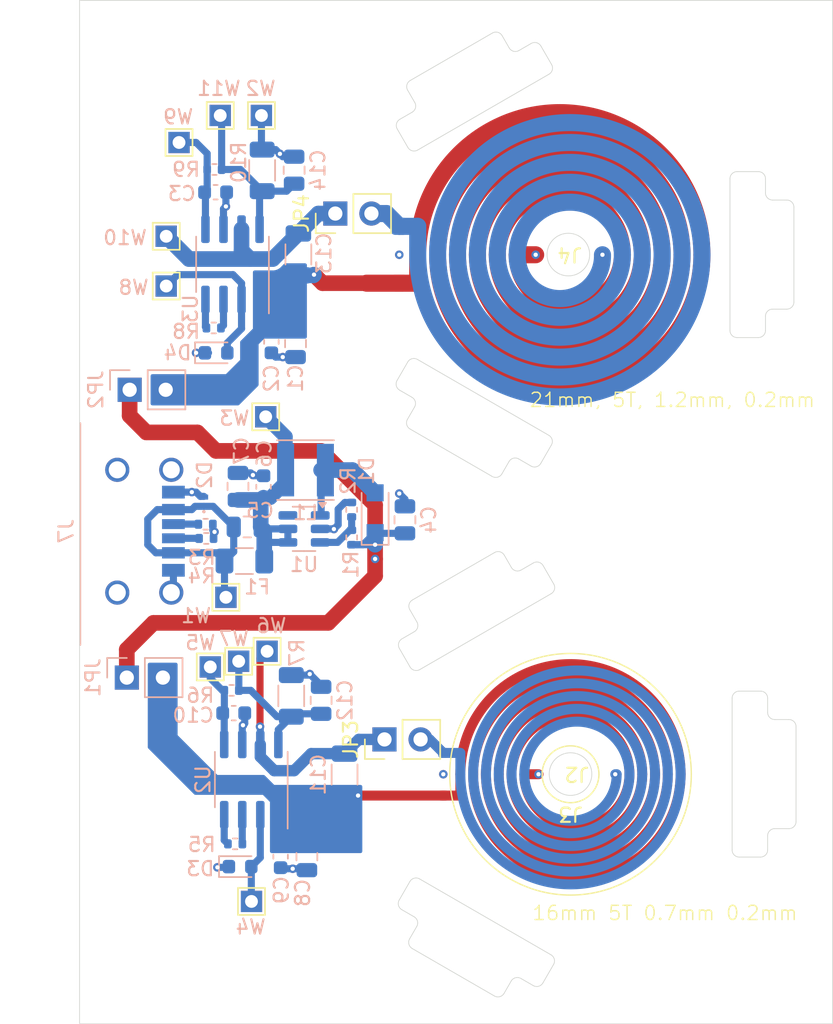
<source format=kicad_pcb>
(kicad_pcb (version 20241229) (generator "pcbnew") (generator_version "9.0")
  (layers (0 "F.Cu" signal) (4 "In1.Cu" signal) (6 "In2.Cu" signal) (2 "B.Cu" signal) (13 "F.Paste" user) (15 "B.Paste" user) (5 "F.SilkS" user "F.Silkscreen") (7 "B.SilkS" user "B.Silkscreen") (1 "F.Mask" user) (3 "B.Mask" user) (25 "Edge.Cuts" user))
  (net 0 "")
  (net 1 "GND")
  (net 2 "Net-(J4-Pin_1)")
  (net 3 "Net-(U3-FB)")
  (net 4 "Net-(D1-K)")
  (net 5 "VBUS")
  (net 6 "+5V")
  (net 7 "Net-(J2-Pin_1)")
  (net 8 "Net-(U2-FB)")
  (net 9 "Net-(J2-Pin_2)")
  (net 10 "Net-(U2-PVSS)")
  (net 11 "Net-(J4-Pin_2)")
  (net 12 "Net-(U3-PVSS)")
  (net 13 "Net-(JP3-A)")
  (net 14 "Net-(JP4-A)")
  (net 15 "Net-(D1-A)")
  (net 16 "Net-(D3-A)")
  (net 17 "Net-(D4-A)")
  (net 18 "Net-(U1-FB)")
  (net 19 "Net-(J7-CC2)")
  (net 20 "Net-(J7-CC1)")
  (net 21 "Net-(R5-Pad1)")
  (net 22 "Net-(R5-Pad2)")
  (net 23 "Net-(R8-Pad1)")
  (net 24 "Net-(R8-Pad2)")
  (footprint "Pixels-dice:TestPoint_1.5x1.5_Drill0.9mm" (layer "F.Cu") (at 10.1 134.1)
    (property "Reference" "W8")
    (property "Value" "TP_LED")
  )
  (footprint "PCB Charging Coil" (layer "F.Cu") (at 38.5 131.9 180)
    (property "Reference" "J4")
    (property "Value" "Conn_01x02_Socket")
  )
  (footprint "Pixels-dice:TestPoint_1.5x1.5_Drill0.9mm" (layer "F.Cu") (at 17.2 159.8)
    (property "Reference" "W6")
    (property "Value" "OUT")
  )
  (footprint "Pixels-dice:TestPoint_1.5x1.5_Drill0.9mm" (layer "F.Cu") (at 13.2 160.9)
    (property "Reference" "W5")
    (property "Value" "FB")
  )
  (footprint "Connector_PinHeader_2.54mm:PinHeader_1x02_P2.54mm_Vertical" (layer "F.Cu") (at 22 129 90)
    (property "Reference" "JP4")
    (property "Value" "Jumper_2_Open")
  )
  (footprint "Pixels-dice:TestPoint_1.5x1.5_Drill0.9mm" (layer "F.Cu") (at 17.1 143.3)
    (property "Reference" "W3")
    (property "Value" "5V")
  )
  (footprint "Pixels-dice:TestPoint_1.5x1.5_Drill0.9mm" (layer "F.Cu") (at 16.8 122.1)
    (property "Reference" "W2")
    (property "Value" "GND")
  )
  (footprint "Pixels-dice:TX Coil" (layer "F.Cu") (at 38.552262 168.452074 180)
    (property "Reference" "J3")
    (property "Value" "TX_Coil")
  )
  (footprint "Pixels-dice:TestPoint_1.5x1.5_Drill0.9mm" (layer "F.Cu") (at 11 124)
    (property "Reference" "W9")
    (property "Value" "FB")
  )
  (footprint "Pixels-dice:TestPoint_1.5x1.5_Drill0.9mm" (layer "F.Cu") (at 14.3 156)
    (property "Reference" "W1")
    (property "Value" "VBUS")
  )
  (footprint "Connector_PinHeader_2.54mm:PinHeader_1x02_P2.54mm_Vertical" (layer "F.Cu") (at 25.46 166 90)
    (property "Reference" "JP3")
    (property "Value" "Jumper_2_Open")
  )
  (footprint "Pixels-dice:TestPoint_1.5x1.5_Drill0.9mm" (layer "F.Cu") (at 15.2 160.5)
    (property "Reference" "W7")
    (property "Value" "PVSS")
  )
  (footprint "PCB Charging Coil" (layer "F.Cu") (at 39 168.45 180)
    (property "Reference" "J2")
    (property "Value" "Conn_01x02_Socket")
  )
  (footprint "Pixels-dice:TestPoint_1.5x1.5_Drill0.9mm" (layer "F.Cu") (at 10.1 130.6)
    (property "Reference" "W10")
    (property "Value" "OUT")
  )
  (footprint "Pixels-dice:TestPoint_1.5x1.5_Drill0.9mm" (layer "F.Cu") (at 16.1 177.4)
    (property "Reference" "W4")
    (property "Value" "TP_LED")
  )
  (footprint "Pixels-dice:TestPoint_1.5x1.5_Drill0.9mm" (layer "F.Cu") (at 13.9 122.1)
    (property "Reference" "W11")
    (property "Value" "PVSS")
  )
  (footprint "Resistor_SMD:R_0402_1005Metric" (layer "B.Cu") (at 12.92 151.86 180)
    (property "Reference" "R4")
    (property "Value" "5.1k 1%")
  )
  (footprint "Diode_SMD:Nexperia_CFP3_SOD-123W" (layer "B.Cu") (at 24.8 150.05 90)
    (property "Reference" "D1")
    (property "Value" "D")
  )
  (footprint "LED_SMD:LED_0603_1608Metric" (layer "B.Cu") (at 15.3 174.95)
    (property "Reference" "D3")
    (property "Value" "LED")
  )
  (footprint "Pixels-dice:SOIC-8_3.9x4.9mm_P1.27mm" (layer "B.Cu") (at 14.765 132.575 180)
    (property "Reference" "U3")
    (property "Value" "XKT520")
  )
  (footprint "Capacitor_SMD:C_0603_1608Metric" (layer "B.Cu") (at 16.95 148.225 90)
    (property "Reference" "C6")
    (property "Value" "0.1uF 16V 10% X7R")
  )
  (footprint "Resistor_SMD:R_0402_1005Metric" (layer "B.Cu") (at 14.95 173.35)
    (property "Reference" "R5")
    (property "Value" "120K 1%")
  )
  (footprint "Capacitor_SMD:C_1206_3216Metric" (layer "B.Cu") (at 22.65 168.475 -90)
    (property "Reference" "C11")
    (property "Value" "33nF 50V COG")
  )
  (footprint "Capacitor_SMD:C_0805_2012Metric" (layer "B.Cu") (at 21 163.25 90)
    (property "Reference" "C12")
    (property "Value" "10uF 50V 10% X5R")
  )
  (footprint "Capacitor_SMD:C_0603_1608Metric" (layer "B.Cu") (at 18.15 174.25 -90)
    (property "Reference" "C9")
    (property "Value" "0.1uF 16V 10% X7R")
  )
  (footprint "Fuse:Fuse_1206_3216Metric" (layer "B.Cu") (at 15.6 153.45)
    (property "Reference" "F1")
    (property "Value" "250mA 150mR")
  )
  (footprint "Pixels-dice:SOIC-8_3.9x4.9mm_P1.27mm" (layer "B.Cu") (at 16.085 168.825 180)
    (property "Reference" "U2")
    (property "Value" "XKT520")
  )
  (footprint "Pixels-dice:USB-C-SMD_10P-P1.00-L6.8-W8.9" (layer "B.Cu") (at 8.555 151.35 180)
    (property "Reference" "J7")
    (property "Value" "USB_C_Receptacle_USB2.0")
  )
  (footprint "Capacitor_SMD:C_0805_2012Metric" (layer "B.Cu") (at 15.15 148.2 90)
    (property "Reference" "C7")
    (property "Value" "22uF 25V 20% X5R")
  )
  (footprint "Package_TO_SOT_SMD:SOT-23-6" (layer "B.Cu") (at 19.8 151.1875 180)
    (property "Reference" "U1")
    (property "Value" "MT3608")
  )
  (footprint "Inductor_SMD:L_Taiyo-Yuden_MD-4040" (layer "B.Cu") (at 19.9 147.05)
    (property "Reference" "L1")
    (property "Value" "10uH 500mA")
  )
  (footprint "Pixels-dice:DFN" (layer "B.Cu") (at 12.75 149.275 90)
    (property "Reference" "D2")
    (property "Value" "D_TVS")
  )
  (footprint "Resistor_SMD:R_0402_1005Metric" (layer "B.Cu") (at 23.15 149.84 90)
    (property "Reference" "R2")
    (property "Value" "52.3k")
  )
  (footprint "Capacitor_SMD:C_0603_1608Metric" (layer "B.Cu") (at 13.575 127.5 180)
    (property "Reference" "C3")
    (property "Value" "0.1uF 16V 10% X7R")
  )
  (footprint "Resistor_SMD:R_1206_3216Metric" (layer "B.Cu") (at 16.85 125.9625 -90)
    (property "Reference" "R10")
    (property "Value" "0.91R")
  )
  (footprint "Resistor_SMD:R_1206_3216Metric" (layer "B.Cu") (at 18.9 162.9375 -90)
    (property "Reference" "R7")
    (property "Value" "0.91R")
  )
  (footprint "Capacitor_SMD:C_0603_1608Metric" (layer "B.Cu") (at 17.5 138.025 -90)
    (property "Reference" "C2")
    (property "Value" "0.1uF 16V 10% X7R")
  )
  (footprint "Resistor_SMD:R_0402_1005Metric" (layer "B.Cu") (at 23.15 151.79 90)
    (property "Reference" "R1")
    (property "Value" "470k")
  )
  (footprint "Connector_PinHeader_2.54mm:PinHeader_1x02_P2.54mm_Vertical" (layer "B.Cu") (at 7.325 161.65 -90)
    (property "Reference" "JP1")
    (property "Value" "Jumper_2_Open")
  )
  (footprint "Capacitor_SMD:C_0603_1608Metric" (layer "B.Cu") (at 14.85 164.15 180)
    (property "Reference" "C10")
    (property "Value" "0.1uF 16V 10% X7R")
  )
  (footprint "Capacitor_SMD:C_0805_2012Metric" (layer "B.Cu") (at 26.9 150.55 90)
    (property "Reference" "C4")
    (property "Value" "22uF 25V 20% X5R")
  )
  (footprint "Capacitor_SMD:C_1206_3216Metric" (layer "B.Cu") (at 19.4 131.875 -90)
    (property "Reference" "C13")
    (property "Value" "33nF 50V COG")
  )
  (footprint "Connector_PinHeader_2.54mm:PinHeader_1x02_P2.54mm_Vertical" (layer "B.Cu") (at 7.525 141.4 -90)
    (property "Reference" "JP2")
    (property "Value" "Jumper_2_Open")
  )
  (footprint "LED_SMD:LED_0603_1608Metric" (layer "B.Cu") (at 13.6125 138.8)
    (property "Reference" "D4")
    (property "Value" "LED")
  )
  (footprint "Resistor_SMD:R_0402_1005Metric" (layer "B.Cu") (at 13.49 125.9)
    (property "Reference" "R9")
    (property "Value" "1k 1%")
  )
  (footprint "Capacitor_SMD:C_0805_2012Metric" (layer "B.Cu") (at 20 174.25 -90)
    (property "Reference" "C8")
    (property "Value" "22uF 25V 20% X5R")
  )
  (footprint "Capacitor_SMD:C_0805_2012Metric" (layer "B.Cu") (at 15.8 151.05 180)
    (property "Reference" "C5")
    (property "Value" "10uF 50V 10% X5R")
  )
  (footprint "Capacitor_SMD:C_0805_2012Metric" (layer "B.Cu") (at 19.2 138.15 -90)
    (property "Reference" "C1")
    (property "Value" "22uF 25V 20% X5R")
  )
  (footprint "Resistor_SMD:R_0402_1005Metric" (layer "B.Cu") (at 13.44 137.05)
    (property "Reference" "R8")
    (property "Value" "120K 1%")
  )
  (footprint "Resistor_SMD:R_0402_1005Metric" (layer "B.Cu") (at 14.7 162.55)
    (property "Reference" "R6")
    (property "Value" "1k 1%")
  )
  (footprint "Capacitor_SMD:C_0805_2012Metric" (layer "B.Cu") (at 19.1 125.95 90)
    (property "Reference" "C14")
    (property "Value" "10uF 50V 10% X5R")
  )
  (footprint "Resistor_SMD:R_0402_1005Metric" (layer "B.Cu") (at 12.87 150.86 180)
    (property "Reference" "R3")
    (property "Value" "5.1k 1%")
  )
  (gr_line (start 34.920221 117.53155) (end 35.786196 117.03158) (stroke (width 0.05)) (layer "Edge.Cuts"))
  (gr_arc (start 33.054258 116.299483) (mid 33.433636 116.249559) (end 33.737169 116.482554) (stroke (width 0.05)) (layer "Edge.Cuts"))
  (gr_arc (start 27.590232 121.186189) (mid 27.640962 121.562676) (end 27.41253 121.866117) (stroke (width 0.05)) (layer "Edge.Cuts"))
  (gr_line (start 27.108174 124.351239) (end 26.35827 123.052368) (stroke (width 0.05)) (layer "Edge.Cuts"))
  (gr_line (start 27.260436 160.903313) (end 26.510532 159.604442) (stroke (width 0.05)) (layer "Edge.Cuts"))
  (gr_line (start 34.37635 183.001617) (end 33.876473 183.86743) (stroke (width 0.05)) (layer "Edge.Cuts"))
  (gr_line (start 52.425 163.102086) (end 52.425 164.095004) (stroke (width 0.05)) (layer "Edge.Cuts"))
  (gr_line (start 27.590232 121.186189) (end 27.090287 120.320258) (stroke (width 0.05)) (layer "Edge.Cuts"))
  (gr_line (start 26.497371 177.29782) (end 27.247307 175.998892) (stroke (width 0.05)) (layer "Edge.Cuts"))
  (gr_line (start 33.041044 147.498407) (end 27.260123 144.160771) (stroke (width 0.05)) (layer "Edge.Cuts"))
  (gr_arc (start 27.943389 161.086359) (mid 27.56402 161.136277) (end 27.260503 160.903273) (stroke (width 0.05)) (layer "Edge.Cuts"))
  (gr_circle (center 38.4 131.8866) (end 36.9 131.8866) (stroke (width 0.05)) (fill no) (layer "Edge.Cuts"))
  (gr_arc (start 37.023219 144.601354) (mid 37.257196 144.908757) (end 37.202287 145.291152) (stroke (width 0.05)) (layer "Edge.Cuts"))
  (gr_line (start 27.394049 141.928702) (end 26.528129 141.428763) (stroke (width 0.05)) (layer "Edge.Cuts"))
  (gr_line (start 36.621541 153.766636) (end 37.371643 155.06585) (stroke (width 0.05)) (layer "Edge.Cuts"))
  (gr_line (start 33.737232 116.482517) (end 34.233266 117.341672) (stroke (width 0.05)) (layer "Edge.Cuts"))
  (gr_arc (start 53.924962 164.602086) (mid 54.278511 164.748533) (end 54.424948 165.102086) (stroke (width 0.05)) (layer "Edge.Cuts"))
  (gr_arc (start 35.072483 154.083623) (mid 34.696848 154.134582) (end 34.385528 153.893746) (stroke (width 0.05)) (layer "Edge.Cuts"))
  (gr_line (start 27.425594 156.189138) (end 33.20652 152.851556) (stroke (width 0.05)) (layer "Edge.Cuts"))
  (gr_arc (start 51.924962 162.602086) (mid 52.278511 162.748533) (end 52.424948 163.102086) (stroke (width 0.05)) (layer "Edge.Cuts"))
  (gr_arc (start 26.510533 159.604442) (mid 26.460568 159.22493) (end 26.693594 158.921246) (stroke (width 0.05)) (layer "Edge.Cuts"))
  (gr_line (start 51.919495 174.277381) (end 50.424962 174.277381) (stroke (width 0.05)) (layer "Edge.Cuts"))
  (gr_line (start 27.742494 157.738263) (end 27.242549 156.872332) (stroke (width 0.05)) (layer "Edge.Cuts"))
  (gr_arc (start 37.21938 118.513776) (mid 37.268299 118.896807) (end 37.029687 119.200401) (stroke (width 0.05)) (layer "Edge.Cuts"))
  (gr_arc (start 27.090288 120.320258) (mid 27.040326 119.940759) (end 27.273345 119.637086) (stroke (width 0.05)) (layer "Edge.Cuts"))
  (gr_arc (start 54.272738 135.2254) (mid 54.124336 135.580872) (end 53.767233 135.725307) (stroke (width 0.05)) (layer "Edge.Cuts"))
  (gr_arc (start 35.786196 117.03158) (mid 36.165612 116.981629) (end 36.469218 117.214597) (stroke (width 0.05)) (layer "Edge.Cuts"))
  (gr_arc (start 49.925 163.102174) (mid 50.074528 162.745498) (end 50.433707 162.602086) (stroke (width 0.05)) (layer "Edge.Cuts"))
  (gr_arc (start 52.425 173.777474) (mid 52.276598 174.132946) (end 51.919495 174.277381) (stroke (width 0.05)) (layer "Edge.Cuts"))
  (gr_line (start 52.7727 128.050012) (end 53.7727 128.050012) (stroke (width 0.05)) (layer "Edge.Cuts"))
  (gr_arc (start 34.224088 146.449543) (mid 34.527761 146.216527) (end 34.907256 146.26649) (stroke (width 0.05)) (layer "Edge.Cuts"))
  (gr_line (start 27.273332 119.637064) (end 33.054258 116.299482) (stroke (width 0.05)) (layer "Edge.Cuts"))
  (gr_line (start 52.272738 126.550012) (end 52.272738 127.54293) (stroke (width 0.05)) (layer "Edge.Cuts"))
  (gr_arc (start 27.24255 156.872332) (mid 27.192588 156.492833) (end 27.425607 156.189161) (stroke (width 0.05)) (layer "Edge.Cuts"))
  (gr_line (start 26.541304 122.36912) (end 27.41253 121.866117) (stroke (width 0.05)) (layer "Edge.Cuts"))
  (gr_line (start 27.546311 178.480776) (end 26.680391 177.980837) (stroke (width 0.05)) (layer "Edge.Cuts"))
  (gr_arc (start 27.742494 157.738263) (mid 27.793235 158.11471) (end 27.554116 158.424355) (stroke (width 0.05)) (layer "Edge.Cuts"))
  (gr_arc (start 27.095045 139.446818) (mid 27.401648 139.213011) (end 27.78346 139.266777) (stroke (width 0.05)) (layer "Edge.Cuts"))
  (gr_arc (start 34.920221 117.531549) (mid 34.544586 117.582508) (end 34.233266 117.341672) (stroke (width 0.05)) (layer "Edge.Cuts"))
  (gr_line (start 27.935722 175.818851) (end 37.175481 181.153428) (stroke (width 0.05)) (layer "Edge.Cuts"))
  (gr_line (start 37.354549 181.843226) (end 36.608514 183.135397) (stroke (width 0.05)) (layer "Edge.Cuts"))
  (gr_line (start 26.693565 158.921194) (end 27.554116 158.424355) (stroke (width 0.05)) (layer "Edge.Cuts"))
  (gr_line (start 37.181949 155.752475) (end 27.943389 161.08636) (stroke (width 0.05)) (layer "Edge.Cuts"))
  (gr_line (start 27.78346 139.266777) (end 37.023219 144.601354) (stroke (width 0.05)) (layer "Edge.Cuts"))
  (gr_arc (start 33.20652 152.851557) (mid 33.585898 152.801633) (end 33.889433 153.034627) (stroke (width 0.05)) (layer "Edge.Cuts"))
  (gr_arc (start 33.876473 183.86743) (mid 33.5728 184.100446) (end 33.193304 184.050484) (stroke (width 0.05)) (layer "Edge.Cuts"))
  (gr_line (start 27.078943 143.474708) (end 27.577111 142.611856) (stroke (width 0.05)) (layer "Edge.Cuts"))
  (gr_line (start 52.425 172.777474) (end 52.425 173.777474) (stroke (width 0.05)) (layer "Edge.Cuts"))
  (gr_line (start 35.072483 154.083624) (end 35.938458 153.583654) (stroke (width 0.05)) (layer "Edge.Cuts"))
  (gr_arc (start 52.924962 164.602086) (mid 52.573909 164.458127) (end 52.425 164.095004) (stroke (width 0.05)) (layer "Edge.Cuts"))
  (gr_arc (start 33.724211 147.315356) (mid 33.420538 147.548373) (end 33.041042 147.49841) (stroke (width 0.05)) (layer "Edge.Cuts"))
  (gr_arc (start 50.2727 137.725307) (mid 49.916778 137.576479) (end 49.772738 137.218592) (stroke (width 0.05)) (layer "Edge.Cuts"))
  (gr_arc (start 49.772738 126.5501) (mid 49.922266 126.193424) (end 50.281445 126.050012) (stroke (width 0.05)) (layer "Edge.Cuts"))
  (gr_line (start 50.433707 162.602086) (end 51.924962 162.602086) (stroke (width 0.05)) (layer "Edge.Cuts"))
  (gr_line (start 35.773159 146.766383) (end 34.907272 146.266463) (stroke (width 0.05)) (layer "Edge.Cuts"))
  (gr_arc (start 27.260123 144.160771) (mid 27.026702 143.855389) (end 27.078943 143.474708) (stroke (width 0.05)) (layer "Edge.Cuts"))
  (gr_arc (start 53.7727 128.050012) (mid 54.126249 128.196459) (end 54.272686 128.550012) (stroke (width 0.05)) (layer "Edge.Cuts"))
  (gr_line (start 52.924962 164.602086) (end 53.924962 164.602086) (stroke (width 0.05)) (layer "Edge.Cuts"))
  (gr_line (start 33.193306 184.050481) (end 27.412385 180.712845) (stroke (width 0.05)) (layer "Edge.Cuts"))
  (gr_line (start 52.272738 136.2254) (end 52.272738 137.2254) (stroke (width 0.05)) (layer "Edge.Cuts"))
  (gr_circle (center 38.552262 168.438674) (end 37.052262 168.438674) (stroke (width 0.05)) (fill no) (layer "Edge.Cuts"))
  (gr_arc (start 36.608514 183.135397) (mid 36.304883 183.368381) (end 35.925439 183.318425) (stroke (width 0.05)) (layer "Edge.Cuts"))
  (gr_arc (start 52.7727 128.050012) (mid 52.421647 127.906053) (end 52.272738 127.54293) (stroke (width 0.05)) (layer "Edge.Cuts"))
  (gr_arc (start 27.412385 180.712845) (mid 27.178964 180.407463) (end 27.231205 180.026782) (stroke (width 0.05)) (layer "Edge.Cuts"))
  (gr_line (start 26.345109 140.745746) (end 27.095045 139.446818) (stroke (width 0.05)) (layer "Edge.Cuts"))
  (gr_line (start 54.425 165.102086) (end 54.425 171.777474) (stroke (width 0.05)) (layer "Edge.Cuts"))
  (gr_arc (start 52.272738 136.2254) (mid 52.419203 135.871803) (end 52.7728 135.725339) (stroke (width 0.05)) (layer "Edge.Cuts"))
  (gr_arc (start 52.272738 137.2254) (mid 52.124336 137.580872) (end 51.767233 137.725307) (stroke (width 0.05)) (layer "Edge.Cuts"))
  (gr_arc (start 26.680391 177.980837) (mid 26.447447 177.677241) (end 26.497428 177.297853) (stroke (width 0.05)) (layer "Edge.Cuts"))
  (gr_line (start 49.772738 137.218592) (end 49.772738 126.5501) (stroke (width 0.05)) (layer "Edge.Cuts"))
  (gr_arc (start 27.247307 175.998892) (mid 27.55391 175.765085) (end 27.935722 175.818851) (stroke (width 0.05)) (layer "Edge.Cuts"))
  (gr_arc (start 27.546311 178.480776) (mid 27.77932 178.784439) (end 27.729358 179.163924) (stroke (width 0.05)) (layer "Edge.Cuts"))
  (gr_arc (start 37.175481 181.153428) (mid 37.409458 181.460831) (end 37.354549 181.843226) (stroke (width 0.05)) (layer "Edge.Cuts"))
  (gr_rect (start 4 114) (end 57 186) (stroke (width 0.05)) (fill no) (layer "Edge.Cuts"))
  (gr_line (start 54.272738 128.550012) (end 54.272738 135.2254) (stroke (width 0.05)) (layer "Edge.Cuts"))
  (gr_arc (start 36.456252 146.583323) (mid 36.152621 146.816307) (end 35.773177 146.766351) (stroke (width 0.05)) (layer "Edge.Cuts"))
  (gr_arc (start 26.358271 123.052368) (mid 26.308306 122.672855) (end 26.541333 122.369171) (stroke (width 0.05)) (layer "Edge.Cuts"))
  (gr_arc (start 54.425 171.777474) (mid 54.276598 172.132946) (end 53.919495 172.277381) (stroke (width 0.05)) (layer "Edge.Cuts"))
  (gr_arc (start 35.938458 153.583654) (mid 36.317874 153.533703) (end 36.62148 153.766671) (stroke (width 0.05)) (layer "Edge.Cuts"))
  (gr_line (start 50.281445 126.050012) (end 51.7727 126.050012) (stroke (width 0.05)) (layer "Edge.Cuts"))
  (gr_line (start 51.767233 137.725307) (end 50.2727 137.725307) (stroke (width 0.05)) (layer "Edge.Cuts"))
  (gr_line (start 36.469279 117.214562) (end 37.219381 118.513776) (stroke (width 0.05)) (layer "Edge.Cuts"))
  (gr_arc (start 37.371642 155.06585) (mid 37.420553 155.448911) (end 37.181949 155.752475) (stroke (width 0.05)) (layer "Edge.Cuts"))
  (gr_line (start 33.889494 153.034591) (end 34.385528 153.893746) (stroke (width 0.05)) (layer "Edge.Cuts"))
  (gr_arc (start 34.37635 183.001617) (mid 34.680023 182.768601) (end 35.059518 182.818564) (stroke (width 0.05)) (layer "Edge.Cuts"))
  (gr_line (start 53.767233 135.725307) (end 52.7728 135.725307) (stroke (width 0.05)) (layer "Edge.Cuts"))
  (gr_arc (start 51.7727 126.050012) (mid 52.126249 126.196459) (end 52.272686 126.550012) (stroke (width 0.05)) (layer "Edge.Cuts"))
  (gr_line (start 37.202287 145.291152) (end 36.456252 146.583323) (stroke (width 0.05)) (layer "Edge.Cuts"))
  (gr_line (start 49.925 173.770666) (end 49.925 163.102174) (stroke (width 0.05)) (layer "Edge.Cuts"))
  (gr_line (start 34.224088 146.449543) (end 33.724211 147.315356) (stroke (width 0.05)) (layer "Edge.Cuts"))
  (gr_arc (start 52.425 172.777474) (mid 52.571465 172.423877) (end 52.925062 172.277413) (stroke (width 0.05)) (layer "Edge.Cuts"))
  (gr_line (start 37.029687 119.200401) (end 27.791127 124.534286) (stroke (width 0.05)) (layer "Edge.Cuts"))
  (gr_arc (start 27.791127 124.534285) (mid 27.411758 124.584203) (end 27.108241 124.351199) (stroke (width 0.05)) (layer "Edge.Cuts"))
  (gr_arc (start 27.394049 141.928702) (mid 27.627058 142.232364) (end 27.577097 142.611847) (stroke (width 0.05)) (layer "Edge.Cuts"))
  (gr_line (start 27.231205 180.026782) (end 27.729372 179.163931) (stroke (width 0.05)) (layer "Edge.Cuts"))
  (gr_line (start 35.925421 183.318457) (end 35.059534 182.818537) (stroke (width 0.05)) (layer "Edge.Cuts"))
  (gr_arc (start 50.424962 174.277381) (mid 50.06904 174.128553) (end 49.925 173.770666) (stroke (width 0.05)) (layer "Edge.Cuts"))
  (gr_line (start 53.919495 172.277381) (end 52.925062 172.277381) (stroke (width 0.05)) (layer "Edge.Cuts"))
  (gr_arc (start 26.528129 141.428763) (mid 26.295185 141.125167) (end 26.345166 140.745779) (stroke (width 0.05)) (layer "Edge.Cuts"))
  (gr_text "21mm, 5T, 1.2mm, 0.2mm" (at 35.6 142.7 0) (layer "F.SilkS") (effects (font (size 1 1) (thickness 0.1)) (justify left bottom)))
  (gr_text "16mm 5T 0.7mm 0.2mm" (at 35.8 178.8 0) (layer "F.SilkS") (effects (font (size 1 1) (thickness 0.1)) (justify left bottom)))
  (via (at 20.2 161.4) (size 0.6) (drill 0.3) (layers "F.Cu" "B.Cu") (net 1))
  (via (at 12.2 138.8) (size 0.6) (drill 0.3) (layers "F.Cu" "B.Cu") (net 1))
  (via (at 21.9 151.2) (size 0.6) (drill 0.3) (layers "F.Cu" "B.Cu") (net 1))
  (via (at 15.5 165) (size 0.6) (drill 0.3) (layers "F.Cu" "B.Cu") (net 1))
  (via (at 14.3 128.5) (size 0.6) (drill 0.3) (layers "F.Cu" "B.Cu") (net 1))
  (via (at 18.1 124.8) (size 0.6) (drill 0.3) (layers "F.Cu" "B.Cu") (net 1))
  (via (at 18.3 139.1) (size 0.6) (drill 0.3) (layers "F.Cu" "B.Cu") (net 1))
  (via (at 13.7 175) (size 0.6) (drill 0.3) (layers "F.Cu" "B.Cu") (net 1))
  (via (at 16.2 147.4) (size 0.6) (drill 0.3) (layers "F.Cu" "B.Cu") (net 1))
  (via (at 19 175.1) (size 0.6) (drill 0.3) (layers "F.Cu" "B.Cu") (net 1))
  (via (at 13.5 151.4) (size 0.6) (drill 0.3) (layers "F.Cu" "B.Cu") (net 1))
  (via (at 11.9 148.6) (size 0.6) (drill 0.3) (layers "F.Cu" "B.Cu") (net 1))
  (via (at 26.5 148.7) (size 0.6) (drill 0.3) (layers "F.Cu" "B.Cu") (net 1))
  (segment (start 16.85 124.5) (end 17.8 124.5) (width 0.5) (layer "B.Cu") (net 1))
  (segment (start 26.9 149.6) (end 26.9 149.1) (width 0.5) (layer "B.Cu") (net 1))
  (segment (start 20.125 161.475) (end 20.2 161.4) (width 0.5) (layer "B.Cu") (net 1))
  (segment (start 16.95 147.45) (end 16.25 147.45) (width 0.5) (layer "B.Cu") (net 1))
  (segment (start 16.05 147.25) (end 16.2 147.4) (width 0.5) (layer "B.Cu") (net 1))
  (segment (start 21.8875 151.1875) (end 21.9 151.2) (width 0.5) (layer "B.Cu") (net 1))
  (segment (start 22.2 149.8) (end 22.67 149.33) (width 0.5) (layer "B.Cu") (net 1))
  (segment (start 17.5 138.8) (end 17.8 139.1) (width 0.5) (layer "B.Cu") (net 1))
  (segment (start 13.38 150.86) (end 13.38 151.28) (width 0.5) (layer "B.Cu") (net 1))
  (segment (start 14.3 127.55) (end 14.35 127.5) (width 0.5) (layer "B.Cu") (net 1))
  (segment (start 16.25 147.45) (end 16.2 147.4) (width 0.5) (layer "B.Cu") (net 1))
  (segment (start 21 162.2) (end 20.2 161.4) (width 0.5) (layer "B.Cu") (net 1))
  (segment (start 17.8 139.1) (end 18.3 139.1) (width 0.5) (layer "B.Cu") (net 1))
  (segment (start 21.9 151.2) (end 22.2 150.9) (width 0.5) (layer "B.Cu") (net 1))
  (segment (start 10.605 154.1) (end 10.605 155.52) (width 0.5) (layer "B.Cu") (net 1))
  (segment (start 14.13 130.1) (end 14.13 128.67) (width 0.5) (layer "B.Cu") (net 1))
  (segment (start 13.43 151.86) (end 13.43 151.47) (width 0.5) (layer "B.Cu") (net 1))
  (segment (start 18.9 161.475) (end 20.125 161.475) (width 0.5) (layer "B.Cu") (net 1))
  (segment (start 13.38 151.28) (end 13.5 151.4) (width 0.5) (layer "B.Cu") (net 1))
  (segment (start 10.605 155.52) (end 10.455 155.67) (width 0.5) (layer "B.Cu") (net 1))
  (segment (start 16.8 124.45) (end 16.85 124.5) (width 0.5) (layer "B.Cu") (net 1))
  (segment (start 19 175.1) (end 19.9 175.1) (width 0.5) (layer "B.Cu") (net 1))
  (segment (start 12.2 148.6) (end 12.499 148.899) (width 0.5) (layer "B.Cu") (net 1))
  (segment (start 14.13 128.67) (end 14.3 128.5) (width 0.5) (layer "B.Cu") (net 1))
  (segment (start 12.499 148.899) (end 12.75 148.899) (width 0.5) (layer "B.Cu") (net 1))
  (segment (start 22.2 150.9) (end 22.2 149.8) (width 0.5) (layer "B.Cu") (net 1))
  (segment (start 17.8 124.5) (end 18.1 124.8) (width 0.5) (layer "B.Cu") (net 1))
  (segment (start 15.625 164.15) (end 15.625 164.875) (width 0.5) (layer "B.Cu") (net 1))
  (segment (start 19.9 175.1) (end 20 175.2) (width 0.5) (layer "B.Cu") (net 1))
  (segment (start 19 175.1) (end 18.225 175.1) (width 0.5) (layer "B.Cu") (net 1))
  (segment (start 14.4625 175) (end 14.5125 174.95) (width 0.5) (layer "B.Cu") (net 1))
  (segment (start 13.7 175) (end 14.4625 175) (width 0.5) (layer "B.Cu") (net 1))
  (segment (start 26.9 149.1) (end 26.5 148.7) (width 0.5) (layer "B.Cu") (net 1))
  (segment (start 21 162.3) (end 21 162.2) (width 0.5) (layer "B.Cu") (net 1))
  (segment (start 15.45 166.35) (end 15.45 165.05) (width 0.5) (layer "B.Cu") (net 1))
  (segment (start 13.075 138.8) (end 12.2 138.8) (width 0.5) (layer "B.Cu") (net 1))
  (segment (start 18.225 175.1) (end 18.15 175.025) (width 0.5) (layer "B.Cu") (net 1))
  (segment (start 11.9 148.6) (end 12.2 148.6) (width 0.5) (layer "B.Cu") (net 1))
  (segment (start 15.625 164.875) (end 15.5 165) (width 0.5) (layer "B.Cu") (net 1))
  (segment (start 15.15 147.25) (end 16.05 147.25) (width 0.5) (layer "B.Cu") (net 1))
  (segment (start 22.67 149.33) (end 23.15 149.33) (width 0.5) (layer "B.Cu") (net 1))
  (segment (start 19.2 139.1) (end 18.3 139.1) (width 0.5) (layer "B.Cu") (net 1))
  (segment (start 10.605 148.6) (end 11.9 148.6) (width 0.5) (layer "B.Cu") (net 1))
  (segment (start 13.43 151.47) (end 13.5 151.4) (width 0.5) (layer "B.Cu") (net 1))
  (segment (start 14.3 128.5) (end 14.3 127.55) (width 0.5) (layer "B.Cu") (net 1))
  (segment (start 16.8 122.1) (end 16.8 124.45) (width 0.5) (layer "B.Cu") (net 1))
  (segment (start 19.1 125) (end 18.3 125) (width 0.5) (layer "B.Cu") (net 1))
  (segment (start 18.3 125) (end 18.1 124.8) (width 0.5) (layer "B.Cu") (net 1))
  (segment (start 20.9375 151.1875) (end 21.8875 151.1875) (width 0.5) (layer "B.Cu") (net 1))
  (segment (start 15.45 165.05) (end 15.5 165) (width 0.5) (layer "B.Cu") (net 1))
  (segment (start 26.5 133.9) (end 24.2 133.9) (width 1.2) (layer "F.Cu") (net 2))
  (segment (start 21.1 133.9) (end 20.5 133.3) (width 1.1) (layer "F.Cu") (net 2))
  (segment (start 24.2 133.9) (end 21.1 133.9) (width 1.1) (layer "F.Cu") (net 2))
  (via (at 20.5 133.3) (size 0.6) (drill 0.3) (layers "F.Cu" "B.Cu") (net 2))
  (segment (start 14.3 141.4) (end 10.065 141.4) (width 0.5) (layer "B.Cu") (net 2))
  (segment (start 18.75 135.75) (end 18.05 135.05) (width 0.5) (layer "B.Cu") (net 2))
  (segment (start 16.75 137.4) (end 15.7 138.45) (width 0.5) (layer "B.Cu") (net 2))
  (segment (start 16.67 137.32) (end 16.67 135.05) (width 0.5) (layer "B.Cu") (net 2))
  (segment (start 16.67 135.05) (end 18.05 135.05) (width 0.5) (layer "B.Cu") (net 2))
  (segment (start 18.75 137.2) (end 16.95 137.2) (width 0.5) (layer "B.Cu") (net 2))
  (segment (start 16.75 137.4) (end 16.67 137.32) (width 0.5) (layer "B.Cu") (net 2))
  (segment (start 15.7 140) (end 14.3 141.4) (width 0.5) (layer "B.Cu") (net 2))
  (segment (start 16.95 137.2) (end 16.75 137.4) (width 0.5) (layer "B.Cu") (net 2))
  (segment (start 19.4 133.35) (end 20.45 133.35) (width 1.1) (layer "B.Cu") (net 2))
  (segment (start 20.45 133.35) (end 20.5 133.3) (width 1.1) (layer "B.Cu") (net 2))
  (segment (start 18.75 137.2) (end 18.75 135.75) (width 0.5) (layer "B.Cu") (net 2))
  (segment (start 15.7 138.45) (end 15.7 140) (width 0.5) (layer "B.Cu") (net 2))
  (segment (start 12.86 127.56) (end 12.8 127.5) (width 0.5) (layer "B.Cu") (net 3))
  (segment (start 12.2 124) (end 11 124) (width 0.5) (layer "B.Cu") (net 3))
  (segment (start 12.86 130.1) (end 12.86 127.56) (width 0.5) (layer "B.Cu") (net 3))
  (segment (start 12.98 125.9) (end 12.98 124.78) (width 0.5) (layer "B.Cu") (net 3))
  (segment (start 12.98 127.32) (end 12.8 127.5) (width 0.5) (layer "B.Cu") (net 3))
  (segment (start 12.98 124.78) (end 12.2 124) (width 0.5) (layer "B.Cu") (net 3))
  (segment (start 12.98 125.9) (end 12.98 127.32) (width 0.5) (layer "B.Cu") (net 3))
  (segment (start 7.325 161.65) (end 7.325 159.675) (width 1.1) (layer "F.Cu") (net 4))
  (segment (start 12.3 144.4) (end 8.7 144.4) (width 1.1) (layer "F.Cu") (net 4))
  (segment (start 21 145.7) (end 13.6 145.7) (width 1.1) (layer "F.Cu") (net 4))
  (segment (start 24.8 154.5) (end 24.8 153.3) (width 1.1) (layer "F.Cu") (net 4))
  (segment (start 7.525 143.225) (end 7.525 141.4) (width 1.1) (layer "F.Cu") (net 4))
  (segment (start 24.8 152.3) (end 24.8 153.3) (width 1.1) (layer "F.Cu") (net 4))
  (segment (start 24.8 152.3) (end 24.8 149.5) (width 1.1) (layer "F.Cu") (net 4))
  (segment (start 9.2 157.8) (end 21.5 157.8) (width 1.1) (layer "F.Cu") (net 4))
  (segment (start 24.8 149.5) (end 21 145.7) (width 1.1) (layer "F.Cu") (net 4))
  (segment (start 13.6 145.7) (end 12.3 144.4) (width 1.1) (layer "F.Cu") (net 4))
  (segment (start 21.5 157.8) (end 24.8 154.5) (width 1.1) (layer "F.Cu") (net 4))
  (segment (start 8.7 144.4) (end 7.525 143.225) (width 1.1) (layer "F.Cu") (net 4))
  (segment (start 7.325 159.675) (end 9.2 157.8) (width 1.1) (layer "F.Cu") (net 4))
  (via (at 24.8 153.3) (size 0.6) (drill 0.3) (layers "F.Cu" "B.Cu") (net 4))
  (via (at 24.8 152.3) (size 0.6) (drill 0.3) (layers "F.Cu" "B.Cu") (net 4))
  (segment (start 24.8 152.3) (end 24.8 151.45) (width 1.1) (layer "B.Cu") (net 4))
  (segment (start 23.5 152.3) (end 23.95 152.3) (width 0.5) (layer "B.Cu") (net 4))
  (segment (start 26.9 151.5) (end 24.85 151.5) (width 0.5) (layer "B.Cu") (net 4))
  (segment (start 24.85 151.5) (end 24.8 151.45) (width 0.5) (layer "B.Cu") (net 4))
  (segment (start 23.5 152.3) (end 24.8 152.3) (width 0.5) (layer "B.Cu") (net 4))
  (segment (start 23.15 152.3) (end 23.5 152.3) (width 0.5) (layer "B.Cu") (net 4))
  (segment (start 23.95 152.3) (end 24.8 151.45) (width 0.5) (layer "B.Cu") (net 4))
  (segment (start 8.8 150.5) (end 8.8 152.3) (width 0.5) (layer "B.Cu") (net 5))
  (segment (start 10.605 149.83) (end 9.47 149.83) (width 0.5) (layer "B.Cu") (net 5))
  (segment (start 13.4 149.6) (end 14.85 151.05) (width 0.5) (layer "B.Cu") (net 5))
  (segment (start 8.8 152.3) (end 9.37 152.87) (width 0.5) (layer "B.Cu") (net 5))
  (segment (start 14.2 153.45) (end 14.2 155.9) (width 0.5) (layer "B.Cu") (net 5))
  (segment (start 9.47 149.83) (end 8.8 150.5) (width 0.5) (layer "B.Cu") (net 5))
  (segment (start 13.62 152.87) (end 14.2 153.45) (width 0.5) (layer "B.Cu") (net 5))
  (segment (start 9.37 152.87) (end 10.605 152.87) (width 0.5) (layer "B.Cu") (net 5))
  (segment (start 12.75 149.6) (end 13.4 149.6) (width 0.5) (layer "B.Cu") (net 5))
  (segment (start 14.2 155.9) (end 14.3 156) (width 0.5) (layer "B.Cu") (net 5))
  (segment (start 14.85 152.8) (end 14.2 153.45) (width 0.5) (layer "B.Cu") (net 5))
  (segment (start 12.13 149.6) (end 12.75 149.6) (width 0.5) (layer "B.Cu") (net 5))
  (segment (start 10.605 152.87) (end 13.62 152.87) (width 0.5) (layer "B.Cu") (net 5))
  (segment (start 14.85 151.05) (end 14.85 152.8) (width 0.5) (layer "B.Cu") (net 5))
  (segment (start 11.9 149.83) (end 10.605 149.83) (width 0.5) (layer "B.Cu") (net 5))
  (segment (start 11.9 149.83) (end 12.13 149.6) (width 0.5) (layer "B.Cu") (net 5))
  (segment (start 16.8 149.15) (end 16.95 149) (width 1.1) (layer "B.Cu") (net 6))
  (segment (start 17 152.5) (end 17 151.3) (width 0.5) (layer "B.Cu") (net 6))
  (segment (start 18.5 147.925) (end 18.5 147.05) (width 1) (layer "B.Cu") (net 6))
  (segment (start 17 153.45) (end 17 151.3) (width 1.1) (layer "B.Cu") (net 6))
  (segment (start 16.8875 151.1875) (end 16.75 151.05) (width 0.5) (layer "B.Cu") (net 6))
  (segment (start 18.6625 151.1875) (end 16.8875 151.1875) (width 0.5) (layer "B.Cu") (net 6))
  (segment (start 18.5 144.7) (end 17.1 143.3) (width 1) (layer "B.Cu") (net 6))
  (segment (start 17.425 149) (end 18.5 147.925) (width 1) (layer "B.Cu") (net 6))
  (segment (start 17 153.45) (end 17 152.5) (width 0.5) (layer "B.Cu") (net 6))
  (segment (start 15.15 149.15) (end 16.8 149.15) (width 1.1) (layer "B.Cu") (net 6))
  (segment (start 18.5 147.05) (end 18.5 144.7) (width 1) (layer "B.Cu") (net 6))
  (segment (start 16.95 149) (end 17.425 149) (width 1) (layer "B.Cu") (net 6))
  (segment (start 16.75 149.2) (end 16.75 151.05) (width 1.1) (layer "B.Cu") (net 6))
  (segment (start 16.95 149) (end 16.75 149.2) (width 1.1) (layer "B.Cu") (net 6))
  (segment (start 18.6625 152.1375) (end 17.3625 152.1375) (width 0.5) (layer "B.Cu") (net 6))
  (segment (start 17.3625 152.1375) (end 17 152.5) (width 0.5) (layer "B.Cu") (net 6))
  (segment (start 17 151.3) (end 16.75 151.05) (width 1.1) (layer "B.Cu") (net 6))
  (segment (start 18.6625 151.1875) (end 18.6625 152.1375) (width 0.5) (layer "B.Cu") (net 6))
  (segment (start 29.6 169.95) (end 23.6 169.95) (width 0.7) (layer "F.Cu") (net 7))
  (via (at 23.6 169.95) (size 0.6) (drill 0.3) (layers "F.Cu" "B.Cu") (net 7))
  (segment (start 17.99 171.3) (end 18.29 171) (width 0.5) (layer "B.Cu") (net 7))
  (segment (start 17.99 173.315) (end 17.99 171.3) (width 0.5) (layer "B.Cu") (net 7))
  (segment (start 18.29 171) (end 20 171) (width 0.5) (layer "B.Cu") (net 7))
  (segment (start 17.99 170.09) (end 17 169.1) (width 0.5) (layer "B.Cu") (net 7))
  (segment (start 17.99 171.3) (end 17.99 170.09) (width 0.5) (layer "B.Cu") (net 7))
  (segment (start 17 169.1) (end 12.6 169.1) (width 0.5) (layer "B.Cu") (net 7))
  (segment (start 20 171) (end 20 173.3) (width 0.5) (layer "B.Cu") (net 7))
  (segment (start 18.15 173.475) (end 19.825 173.475) (width 0.5) (layer "B.Cu") (net 7))
  (segment (start 22.65 169.95) (end 21.05 169.95) (width 0.5) (layer "B.Cu") (net 7))
  (segment (start 21.05 169.95) (end 20 171) (width 0.5) (layer "B.Cu") (net 7))
  (segment (start 19.825 173.475) (end 20 173.3) (width 0.5) (layer "B.Cu") (net 7))
  (segment (start 12.6 169.1) (end 9.865 166.365) (width 0.5) (layer "B.Cu") (net 7))
  (segment (start 9.865 166.365) (end 9.865 161.65) (width 0.5) (layer "B.Cu") (net 7))
  (segment (start 18.15 173.475) (end 17.99 173.315) (width 0.5) (layer "B.Cu") (net 7))
  (segment (start 13.2 161.7) (end 13.2 160.9) (width 0.5) (layer "B.Cu") (net 8))
  (segment (start 14.19 164.035) (end 14.19 162.55) (width 0.5) (layer "B.Cu") (net 8))
  (segment (start 14.18 164.255) (end 14.075 164.15) (width 0.5) (layer "B.Cu") (net 8))
  (segment (start 14.19 162.55) (end 14.05 162.55) (width 0.5) (layer "B.Cu") (net 8))
  (segment (start 14.05 162.55) (end 13.2 161.7) (width 0.5) (layer "B.Cu") (net 8))
  (segment (start 14.075 164.15) (end 14.19 164.035) (width 0.5) (layer "B.Cu") (net 8))
  (segment (start 14.18 166.35) (end 14.18 164.255) (width 0.5) (layer "B.Cu") (net 8))
  (segment (start 29.6 166.95) (end 28.65 166) (width 0.7) (layer "B.Cu") (net 9))
  (segment (start 28.65 166) (end 28 166) (width 0.7) (layer "B.Cu") (net 9))
  (segment (start 19.1 164.2) (end 18.9 164.4) (width 0.5) (layer "B.Cu") (net 10))
  (segment (start 16.05 162.55) (end 17.9 164.4) (width 0.5) (layer "B.Cu") (net 10))
  (segment (start 17.9 164.4) (end 18.9 164.4) (width 0.5) (layer "B.Cu") (net 10))
  (segment (start 21 164.2) (end 19.1 164.2) (width 0.5) (layer "B.Cu") (net 10))
  (segment (start 17.99 166.35) (end 17.99 165.31) (width 0.5) (layer "B.Cu") (net 10))
  (segment (start 15.21 162.55) (end 16.05 162.55) (width 0.5) (layer "B.Cu") (net 10))
  (segment (start 15.21 160.51) (end 15.2 160.5) (width 0.5) (layer "B.Cu") (net 10))
  (segment (start 15.21 162.55) (end 15.21 160.51) (width 0.5) (layer "B.Cu") (net 10))
  (segment (start 17.99 165.31) (end 18.9 164.4) (width 0.5) (layer "B.Cu") (net 10))
  (segment (start 25.6 129) (end 24.54 129) (width 1.2) (layer "B.Cu") (net 11))
  (segment (start 26.5 129.9) (end 25.6 129) (width 1.2) (layer "B.Cu") (net 11))
  (segment (start 18.575 127.425) (end 16.85 127.425) (width 0.5) (layer "B.Cu") (net 12))
  (segment (start 14 125.9) (end 15.325 125.9) (width 0.5) (layer "B.Cu") (net 12))
  (segment (start 14 125.9) (end 14 122.2) (width 0.5) (layer "B.Cu") (net 12))
  (segment (start 14 122.2) (end 13.9 122.1) (width 0.5) (layer "B.Cu") (net 12))
  (segment (start 16.67 127.605) (end 16.85 127.425) (width 0.5) (layer "B.Cu") (net 12))
  (segment (start 16.67 130.1) (end 16.67 127.605) (width 0.5) (layer "B.Cu") (net 12))
  (segment (start 15.325 125.9) (end 16.85 127.425) (width 0.5) (layer "B.Cu") (net 12))
  (segment (start 19.1 126.9) (end 18.575 127.425) (width 0.5) (layer "B.Cu") (net 12))
  (segment (start 16.7 165.1) (end 16.7 160.3) (width 0.5) (layer "F.Cu") (net 13))
  (segment (start 16.7 160.3) (end 17.2 159.8) (width 0.5) (layer "F.Cu") (net 13))
  (via (at 16.7 165.1) (size 0.6) (drill 0.3) (layers "F.Cu" "B.Cu") (net 13))
  (segment (start 19.1 168.2) (end 17.7 168.2) (width 0.8) (layer "B.Cu") (net 13))
  (segment (start 16.72 165.12) (end 16.7 165.1) (width 0.5) (layer "B.Cu") (net 13))
  (segment (start 16.72 167.22) (end 16.72 166.35) (width 0.8) (layer "B.Cu") (net 13))
  (segment (start 20.3 167) (end 19.1 168.2) (width 0.8) (layer "B.Cu") (net 13))
  (segment (start 17.7 168.2) (end 16.72 167.22) (width 0.8) (layer "B.Cu") (net 13))
  (segment (start 22.65 167) (end 20.3 167) (width 0.8) (layer "B.Cu") (net 13))
  (segment (start 16.72 166.35) (end 16.72 165.12) (width 0.5) (layer "B.Cu") (net 13))
  (segment (start 23.65 166) (end 22.65 167) (width 0.8) (layer "B.Cu") (net 13))
  (segment (start 25.46 166) (end 23.65 166) (width 0.8) (layer "B.Cu") (net 13))
  (segment (start 16 132.2) (end 17.6 132.2) (width 1.1) (layer "B.Cu") (net 14))
  (segment (start 16 132.2) (end 11.7 132.2) (width 1.1) (layer "B.Cu") (net 14))
  (segment (start 11.7 132.2) (end 10.1 130.6) (width 1.1) (layer "B.Cu") (net 14))
  (segment (start 15.4 131.6) (end 16 132.2) (width 1.1) (layer "B.Cu") (net 14))
  (segment (start 15.4 130.1) (end 15.4 131.6) (width 1.1) (layer "B.Cu") (net 14))
  (segment (start 17.6 132.2) (end 19.4 130.4) (width 1.1) (layer "B.Cu") (net 14))
  (segment (start 20.8 129) (end 19.4 130.4) (width 1.1) (layer "B.Cu") (net 14))
  (segment (start 22 129) (end 20.8 129) (width 1.1) (layer "B.Cu") (net 14))
  (segment (start 21 147.05) (end 21 150.175) (width 0.5) (layer "B.Cu") (net 15))
  (segment (start 23.2 147.05) (end 24.8 148.65) (width 1.1) (layer "B.Cu") (net 15))
  (segment (start 21 150.175) (end 20.9375 150.2375) (width 0.5) (layer "B.Cu") (net 15))
  (segment (start 21 147.05) (end 23.2 147.05) (width 1.1) (layer "B.Cu") (net 15))
  (segment (start 16.0875 177.3875) (end 16.1 177.4) (width 0.5) (layer "B.Cu") (net 16))
  (segment (start 16.0875 174.95) (end 16.0875 177.3875) (width 0.5) (layer "B.Cu") (net 16))
  (segment (start 16.72 174.3175) (end 16.0875 174.95) (width 0.5) (layer "B.Cu") (net 16))
  (segment (start 16.72 171.3) (end 16.72 174.3175) (width 0.5) (layer "B.Cu") (net 16))
  (segment (start 14.4 138.1) (end 14.4 138.8) (width 0.5) (layer "B.Cu") (net 17))
  (segment (start 15.4 137.1) (end 14.4 138.1) (width 0.5) (layer "B.Cu") (net 17))
  (segment (start 14.8 133.3) (end 10.9 133.3) (width 0.5) (layer "B.Cu") (net 17))
  (segment (start 15.4 133.9) (end 14.8 133.3) (width 0.5) (layer "B.Cu") (net 17))
  (segment (start 15.4 135.05) (end 15.4 137.1) (width 0.5) (layer "B.Cu") (net 17))
  (segment (start 10.9 133.3) (end 10.1 134.1) (width 0.5) (layer "B.Cu") (net 17))
  (segment (start 15.4 135.05) (end 15.4 133.9) (width 0.5) (layer "B.Cu") (net 17))
  (segment (start 23.15 151.28) (end 23.017528 151.28) (width 0.5) (layer "B.Cu") (net 18))
  (segment (start 22.160028 152.1375) (end 20.9375 152.1375) (width 0.5) (layer "B.Cu") (net 18))
  (segment (start 23.15 150.35) (end 23.15 151.28) (width 0.5) (layer "B.Cu") (net 18))
  (segment (start 23.017528 151.28) (end 22.160028 152.1375) (width 0.5) (layer "B.Cu") (net 18))
  (segment (start 12.35 150.85) (end 12.36 150.86) (width 0.5) (layer "B.Cu") (net 19))
  (segment (start 10.605 150.85) (end 12.35 150.85) (width 0.5) (layer "B.Cu") (net 19))
  (segment (start 10.605 151.85) (end 12.4 151.85) (width 0.5) (layer "B.Cu") (net 20))
  (segment (start 12.4 151.85) (end 12.41 151.86) (width 0.5) (layer "B.Cu") (net 20))
  (segment (start 14.18 171.3) (end 14.18 173.09) (width 0.5) (layer "B.Cu") (net 21))
  (segment (start 14.18 173.09) (end 14.44 173.35) (width 0.5) (layer "B.Cu") (net 21))
  (segment (start 15.45 173.34) (end 15.46 173.35) (width 0.5) (layer "B.Cu") (net 22))
  (segment (start 15.45 171.3) (end 15.45 173.34) (width 0.5) (layer "B.Cu") (net 22))
  (segment (start 12.86 136.98) (end 12.86 135.05) (width 0.5) (layer "B.Cu") (net 23))
  (segment (start 12.93 137.05) (end 12.86 136.98) (width 0.5) (layer "B.Cu") (net 23))
  (segment (start 14.13 136.87) (end 14.13 135.05) (width 0.5) (layer "B.Cu") (net 24))
  (segment (start 13.95 137.05) (end 14.13 136.87) (width 0.5) (layer "B.Cu") (net 24))
  (zone (net 7) (net_name "Net-(J2-Pin_1)") (layer "B.Cu") (priority 1) (connect_pads yes (clearance 0.25)) (min_thickness 0.25) (fill yes (thermal_gap 0.5) (thermal_bridge_width 0.5))
    (polygon (pts (xy 23.9 169.2) (xy 17.7 169.2) (xy 17 168.5) (xy 13.7 168.5) (xy 10.9 165.7) (xy 10.9 160.6) (xy 8.8 160.6) (xy 8.8 166.6) (xy 12.1 169.9) (xy 16.9 169.9) (xy 17.4 170.4) (xy 17.4 174) (xy 23.9 174)))
  )
  (zone (net 2) (net_name "Net-(J4-Pin_1)") (layer "B.Cu") (priority 2) (connect_pads yes (clearance 0.25)) (min_thickness 0.25) (fill yes (thermal_gap 0.5) (thermal_bridge_width 0.5))
    (polygon (pts (xy 20 132.5) (xy 20 137.8) (xy 17 137.8) (xy 16.6 138.2) (xy 16.6 141.1) (xy 15.2 142.5) (xy 9 142.5) (xy 9 140.3) (xy 14.3 140.3) (xy 15.3 139.3) (xy 15.3 138) (xy 16.2 137.1) (xy 16.2 132.5)))
  )
)
</source>
